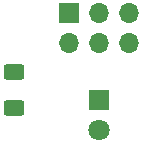
<source format=gbr>
G04 #@! TF.GenerationSoftware,KiCad,Pcbnew,(6.99.0-2452-gdb4f2d9dd8)*
G04 #@! TF.CreationDate,2022-07-29T17:14:17-05:00*
G04 #@! TF.ProjectId,crew-SAO,63726577-2d53-4414-9f2e-6b696361645f,rev?*
G04 #@! TF.SameCoordinates,Original*
G04 #@! TF.FileFunction,Soldermask,Bot*
G04 #@! TF.FilePolarity,Negative*
%FSLAX46Y46*%
G04 Gerber Fmt 4.6, Leading zero omitted, Abs format (unit mm)*
G04 Created by KiCad (PCBNEW (6.99.0-2452-gdb4f2d9dd8)) date 2022-07-29 17:14:17*
%MOMM*%
%LPD*%
G01*
G04 APERTURE LIST*
G04 Aperture macros list*
%AMRoundRect*
0 Rectangle with rounded corners*
0 $1 Rounding radius*
0 $2 $3 $4 $5 $6 $7 $8 $9 X,Y pos of 4 corners*
0 Add a 4 corners polygon primitive as box body*
4,1,4,$2,$3,$4,$5,$6,$7,$8,$9,$2,$3,0*
0 Add four circle primitives for the rounded corners*
1,1,$1+$1,$2,$3*
1,1,$1+$1,$4,$5*
1,1,$1+$1,$6,$7*
1,1,$1+$1,$8,$9*
0 Add four rect primitives between the rounded corners*
20,1,$1+$1,$2,$3,$4,$5,0*
20,1,$1+$1,$4,$5,$6,$7,0*
20,1,$1+$1,$6,$7,$8,$9,0*
20,1,$1+$1,$8,$9,$2,$3,0*%
G04 Aperture macros list end*
%ADD10R,1.800000X1.800000*%
%ADD11C,1.800000*%
%ADD12R,1.700000X1.700000*%
%ADD13O,1.700000X1.700000*%
%ADD14RoundRect,0.250000X-0.625000X0.400000X-0.625000X-0.400000X0.625000X-0.400000X0.625000X0.400000X0*%
G04 APERTURE END LIST*
D10*
X156799999Y-133449999D03*
D11*
X156800000Y-135990000D03*
D12*
X154209999Y-126129999D03*
D13*
X154209999Y-128669999D03*
X156749999Y-126129999D03*
X156749999Y-128669999D03*
X159289999Y-126129999D03*
X159289999Y-128669999D03*
D14*
X149550000Y-131050000D03*
X149550000Y-134150000D03*
M02*

</source>
